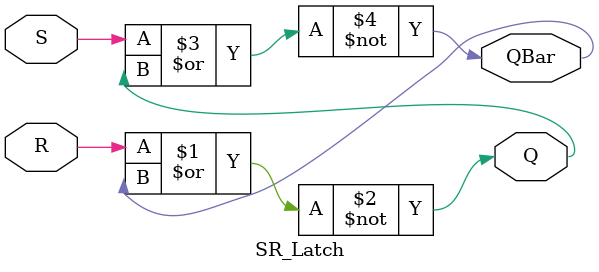
<source format=v>
`timescale 1ns / 1ps


module SR_Latch(
input S, R,
output Q, QBar);

nor #1 N1(Q, R, QBar);
nor #1 N2(QBar, S, Q); 

endmodule

</source>
